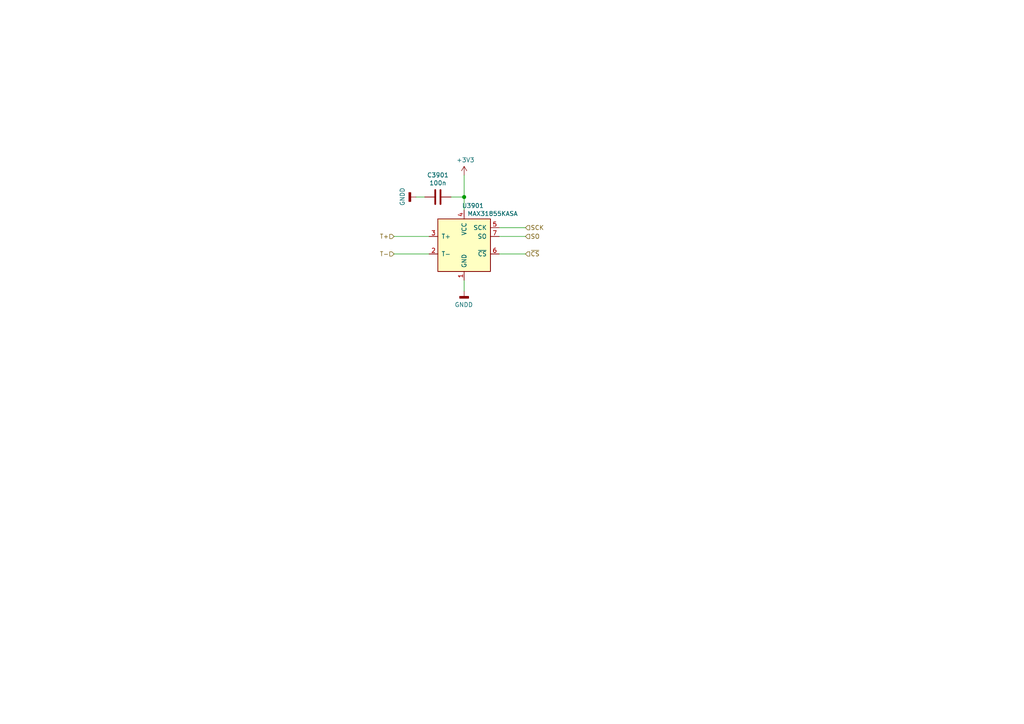
<source format=kicad_sch>
(kicad_sch (version 20211123) (generator eeschema)

  (uuid d14aaab2-229f-490a-9da9-5640341983b1)

  (paper "A4")

  (lib_symbols
    (symbol "Device:C" (pin_numbers hide) (pin_names (offset 0.254)) (in_bom yes) (on_board yes)
      (property "Reference" "C" (id 0) (at 0.635 2.54 0)
        (effects (font (size 1.27 1.27)) (justify left))
      )
      (property "Value" "C" (id 1) (at 0.635 -2.54 0)
        (effects (font (size 1.27 1.27)) (justify left))
      )
      (property "Footprint" "" (id 2) (at 0.9652 -3.81 0)
        (effects (font (size 1.27 1.27)) hide)
      )
      (property "Datasheet" "~" (id 3) (at 0 0 0)
        (effects (font (size 1.27 1.27)) hide)
      )
      (property "ki_keywords" "cap capacitor" (id 4) (at 0 0 0)
        (effects (font (size 1.27 1.27)) hide)
      )
      (property "ki_description" "Unpolarized capacitor" (id 5) (at 0 0 0)
        (effects (font (size 1.27 1.27)) hide)
      )
      (property "ki_fp_filters" "C_*" (id 6) (at 0 0 0)
        (effects (font (size 1.27 1.27)) hide)
      )
      (symbol "C_0_1"
        (polyline
          (pts
            (xy -2.032 -0.762)
            (xy 2.032 -0.762)
          )
          (stroke (width 0.508) (type default) (color 0 0 0 0))
          (fill (type none))
        )
        (polyline
          (pts
            (xy -2.032 0.762)
            (xy 2.032 0.762)
          )
          (stroke (width 0.508) (type default) (color 0 0 0 0))
          (fill (type none))
        )
      )
      (symbol "C_1_1"
        (pin passive line (at 0 3.81 270) (length 2.794)
          (name "~" (effects (font (size 1.27 1.27))))
          (number "1" (effects (font (size 1.27 1.27))))
        )
        (pin passive line (at 0 -3.81 90) (length 2.794)
          (name "~" (effects (font (size 1.27 1.27))))
          (number "2" (effects (font (size 1.27 1.27))))
        )
      )
    )
    (symbol "Sensor_Temperature:MAX31855KASA" (pin_names (offset 1.016)) (in_bom yes) (on_board yes)
      (property "Reference" "U" (id 0) (at -7.62 8.89 0)
        (effects (font (size 1.27 1.27)) (justify left))
      )
      (property "Value" "MAX31855KASA" (id 1) (at 1.27 8.89 0)
        (effects (font (size 1.27 1.27)) (justify left))
      )
      (property "Footprint" "Package_SO:SOIC-8_3.9x4.9mm_P1.27mm" (id 2) (at 25.4 -8.89 0)
        (effects (font (size 1.27 1.27) italic) hide)
      )
      (property "Datasheet" "http://datasheets.maximintegrated.com/en/ds/MAX31855.pdf" (id 3) (at 0 0 0)
        (effects (font (size 1.27 1.27)) hide)
      )
      (property "ki_keywords" "Cold Junction Termocouple Interface SPI" (id 4) (at 0 0 0)
        (effects (font (size 1.27 1.27)) hide)
      )
      (property "ki_description" "Cold Junction K-type Termocouple Interface, SPI, SO8" (id 5) (at 0 0 0)
        (effects (font (size 1.27 1.27)) hide)
      )
      (property "ki_fp_filters" "SOIC*3.9x4.9mm*P1.27mm*" (id 6) (at 0 0 0)
        (effects (font (size 1.27 1.27)) hide)
      )
      (symbol "MAX31855KASA_0_1"
        (rectangle (start -7.62 7.62) (end 7.62 -7.62)
          (stroke (width 0.254) (type default) (color 0 0 0 0))
          (fill (type background))
        )
      )
      (symbol "MAX31855KASA_1_1"
        (pin power_in line (at 0 -10.16 90) (length 2.54)
          (name "GND" (effects (font (size 1.27 1.27))))
          (number "1" (effects (font (size 1.27 1.27))))
        )
        (pin passive line (at -10.16 -2.54 0) (length 2.54)
          (name "T-" (effects (font (size 1.27 1.27))))
          (number "2" (effects (font (size 1.27 1.27))))
        )
        (pin passive line (at -10.16 2.54 0) (length 2.54)
          (name "T+" (effects (font (size 1.27 1.27))))
          (number "3" (effects (font (size 1.27 1.27))))
        )
        (pin power_in line (at 0 10.16 270) (length 2.54)
          (name "VCC" (effects (font (size 1.27 1.27))))
          (number "4" (effects (font (size 1.27 1.27))))
        )
        (pin input line (at 10.16 5.08 180) (length 2.54)
          (name "SCK" (effects (font (size 1.27 1.27))))
          (number "5" (effects (font (size 1.27 1.27))))
        )
        (pin input line (at 10.16 -2.54 180) (length 2.54)
          (name "~{CS}" (effects (font (size 1.27 1.27))))
          (number "6" (effects (font (size 1.27 1.27))))
        )
        (pin tri_state line (at 10.16 2.54 180) (length 2.54)
          (name "SO" (effects (font (size 1.27 1.27))))
          (number "7" (effects (font (size 1.27 1.27))))
        )
      )
    )
    (symbol "power:+3V3" (power) (pin_names (offset 0)) (in_bom yes) (on_board yes)
      (property "Reference" "#PWR" (id 0) (at 0 -3.81 0)
        (effects (font (size 1.27 1.27)) hide)
      )
      (property "Value" "+3V3" (id 1) (at 0 3.556 0)
        (effects (font (size 1.27 1.27)))
      )
      (property "Footprint" "" (id 2) (at 0 0 0)
        (effects (font (size 1.27 1.27)) hide)
      )
      (property "Datasheet" "" (id 3) (at 0 0 0)
        (effects (font (size 1.27 1.27)) hide)
      )
      (property "ki_keywords" "power-flag" (id 4) (at 0 0 0)
        (effects (font (size 1.27 1.27)) hide)
      )
      (property "ki_description" "Power symbol creates a global label with name \"+3V3\"" (id 5) (at 0 0 0)
        (effects (font (size 1.27 1.27)) hide)
      )
      (symbol "+3V3_0_1"
        (polyline
          (pts
            (xy -0.762 1.27)
            (xy 0 2.54)
          )
          (stroke (width 0) (type default) (color 0 0 0 0))
          (fill (type none))
        )
        (polyline
          (pts
            (xy 0 0)
            (xy 0 2.54)
          )
          (stroke (width 0) (type default) (color 0 0 0 0))
          (fill (type none))
        )
        (polyline
          (pts
            (xy 0 2.54)
            (xy 0.762 1.27)
          )
          (stroke (width 0) (type default) (color 0 0 0 0))
          (fill (type none))
        )
      )
      (symbol "+3V3_1_1"
        (pin power_in line (at 0 0 90) (length 0) hide
          (name "+3V3" (effects (font (size 1.27 1.27))))
          (number "1" (effects (font (size 1.27 1.27))))
        )
      )
    )
    (symbol "power:GNDD" (power) (pin_names (offset 0)) (in_bom yes) (on_board yes)
      (property "Reference" "#PWR" (id 0) (at 0 -6.35 0)
        (effects (font (size 1.27 1.27)) hide)
      )
      (property "Value" "GNDD" (id 1) (at 0 -3.175 0)
        (effects (font (size 1.27 1.27)))
      )
      (property "Footprint" "" (id 2) (at 0 0 0)
        (effects (font (size 1.27 1.27)) hide)
      )
      (property "Datasheet" "" (id 3) (at 0 0 0)
        (effects (font (size 1.27 1.27)) hide)
      )
      (property "ki_keywords" "power-flag" (id 4) (at 0 0 0)
        (effects (font (size 1.27 1.27)) hide)
      )
      (property "ki_description" "Power symbol creates a global label with name \"GNDD\" , digital ground" (id 5) (at 0 0 0)
        (effects (font (size 1.27 1.27)) hide)
      )
      (symbol "GNDD_0_1"
        (rectangle (start -1.27 -1.524) (end 1.27 -2.032)
          (stroke (width 0.254) (type default) (color 0 0 0 0))
          (fill (type outline))
        )
        (polyline
          (pts
            (xy 0 0)
            (xy 0 -1.524)
          )
          (stroke (width 0) (type default) (color 0 0 0 0))
          (fill (type none))
        )
      )
      (symbol "GNDD_1_1"
        (pin power_in line (at 0 0 270) (length 0) hide
          (name "GNDD" (effects (font (size 1.27 1.27))))
          (number "1" (effects (font (size 1.27 1.27))))
        )
      )
    )
  )

  (junction (at 134.62 57.15) (diameter 1.016) (color 0 0 0 0)
    (uuid 75e40396-82ab-4fbe-8918-2c9f61b8e319)
  )

  (wire (pts (xy 134.62 57.15) (xy 134.62 60.96))
    (stroke (width 0) (type solid) (color 0 0 0 0))
    (uuid 09dff49f-ad12-4bd7-9139-154485673eac)
  )
  (wire (pts (xy 120.65 57.15) (xy 123.19 57.15))
    (stroke (width 0) (type solid) (color 0 0 0 0))
    (uuid 0a88dfa5-2c4d-43b6-b3c4-50072a35b072)
  )
  (wire (pts (xy 134.62 50.8) (xy 134.62 57.15))
    (stroke (width 0) (type solid) (color 0 0 0 0))
    (uuid 58324e74-4fc7-4565-86e1-d5e6f57de4e0)
  )
  (wire (pts (xy 134.62 81.28) (xy 134.62 84.455))
    (stroke (width 0) (type solid) (color 0 0 0 0))
    (uuid 5f7047b3-6946-4030-9b12-3c8c8ffdf4b7)
  )
  (wire (pts (xy 144.78 68.58) (xy 152.4 68.58))
    (stroke (width 0) (type solid) (color 0 0 0 0))
    (uuid 7b69eb68-c144-488f-8e04-8d1075c2373c)
  )
  (wire (pts (xy 114.3 73.66) (xy 124.46 73.66))
    (stroke (width 0) (type solid) (color 0 0 0 0))
    (uuid a2132f59-3267-4994-91b6-c1c427d2e47c)
  )
  (wire (pts (xy 144.78 66.04) (xy 152.4 66.04))
    (stroke (width 0) (type solid) (color 0 0 0 0))
    (uuid a333ce9e-4769-40eb-8e35-4a5d513e5a51)
  )
  (wire (pts (xy 130.81 57.15) (xy 134.62 57.15))
    (stroke (width 0) (type solid) (color 0 0 0 0))
    (uuid b2fb7353-b0ea-43cc-8bdc-b8610352f658)
  )
  (wire (pts (xy 114.3 68.58) (xy 124.46 68.58))
    (stroke (width 0) (type solid) (color 0 0 0 0))
    (uuid cd7eb39e-d69d-49fd-a638-b4578925bf07)
  )
  (wire (pts (xy 144.78 73.66) (xy 152.4 73.66))
    (stroke (width 0) (type solid) (color 0 0 0 0))
    (uuid e85320bc-2776-41d5-9317-1adabe38dd28)
  )

  (hierarchical_label "SCK" (shape input) (at 152.4 66.04 0)
    (effects (font (size 1.27 1.27)) (justify left))
    (uuid 5aee4191-f1e7-40f1-9071-100296146be3)
  )
  (hierarchical_label "T+" (shape input) (at 114.3 68.58 180)
    (effects (font (size 1.27 1.27)) (justify right))
    (uuid 632edb30-ef44-4359-b64d-32631f2af03a)
  )
  (hierarchical_label "SO" (shape input) (at 152.4 68.58 0)
    (effects (font (size 1.27 1.27)) (justify left))
    (uuid c21108e3-bb9b-48b8-9047-89c943ef0d50)
  )
  (hierarchical_label "~{CS}" (shape input) (at 152.4 73.66 0)
    (effects (font (size 1.27 1.27)) (justify left))
    (uuid ecd26898-ee61-43ee-8898-74b83309b1e3)
  )
  (hierarchical_label "T-" (shape input) (at 114.3 73.66 180)
    (effects (font (size 1.27 1.27)) (justify right))
    (uuid fc98b901-ef15-4d52-958d-31f88f6301b8)
  )

  (symbol (lib_id "power:+3V3") (at 134.62 50.8 0)
    (in_bom yes) (on_board yes)
    (uuid 13e4b2ec-4807-4ffe-873a-4dabf9e59c40)
    (property "Reference" "#PWR03902" (id 0) (at 134.62 54.61 0)
      (effects (font (size 1.27 1.27)) hide)
    )
    (property "Value" "+3V3" (id 1) (at 135.001 46.4058 0))
    (property "Footprint" "" (id 2) (at 134.62 50.8 0)
      (effects (font (size 1.27 1.27)) hide)
    )
    (property "Datasheet" "" (id 3) (at 134.62 50.8 0)
      (effects (font (size 1.27 1.27)) hide)
    )
    (pin "1" (uuid 1dab4fcf-1fe6-4c9d-ae09-e996795834ec))
  )

  (symbol (lib_id "power:GNDD") (at 120.65 57.15 270) (mirror x)
    (in_bom yes) (on_board yes)
    (uuid 1efae5ae-bcf8-4917-aaa1-4614e94be108)
    (property "Reference" "#PWR03901" (id 0) (at 114.3 57.15 0)
      (effects (font (size 1.27 1.27)) hide)
    )
    (property "Value" "GNDD" (id 1) (at 116.713 57.0484 0))
    (property "Footprint" "" (id 2) (at 120.65 57.15 0)
      (effects (font (size 1.27 1.27)) hide)
    )
    (property "Datasheet" "" (id 3) (at 120.65 57.15 0)
      (effects (font (size 1.27 1.27)) hide)
    )
    (pin "1" (uuid 18919ef3-06fa-4f9f-8503-d4a37263b1c5))
  )

  (symbol (lib_id "Device:C") (at 127 57.15 90)
    (in_bom yes) (on_board yes)
    (uuid 60936bf0-56cb-4d37-81ec-f24c2398ab47)
    (property "Reference" "C3901" (id 0) (at 127 50.7808 90))
    (property "Value" "100n" (id 1) (at 127 53.079 90))
    (property "Footprint" "Capacitor_SMD:C_0603_1608Metric" (id 2) (at 130.81 56.1848 0)
      (effects (font (size 1.27 1.27)) hide)
    )
    (property "Datasheet" "~" (id 3) (at 127 57.15 0)
      (effects (font (size 1.27 1.27)) hide)
    )
    (pin "1" (uuid 2e788a9d-59ae-4586-8d38-a9e9d50841d1))
    (pin "2" (uuid 6ca7bfcc-4cfe-4758-ac23-df11fdb599d6))
  )

  (symbol (lib_id "Sensor_Temperature:MAX31855KASA") (at 134.62 71.12 0)
    (in_bom yes) (on_board yes)
    (uuid eac891b0-a528-4477-8139-91d69dff7fd5)
    (property "Reference" "U3901" (id 0) (at 137.16 59.6708 0))
    (property "Value" "MAX31855KASA" (id 1) (at 142.875 61.9695 0))
    (property "Footprint" "Package_SO:SOIC-8_3.9x4.9mm_P1.27mm" (id 2) (at 160.02 80.01 0)
      (effects (font (size 1.27 1.27) italic) hide)
    )
    (property "Datasheet" "http://datasheets.maximintegrated.com/en/ds/MAX31855.pdf" (id 3) (at 134.62 71.12 0)
      (effects (font (size 1.27 1.27)) hide)
    )
    (pin "1" (uuid 606d7c41-7a1d-47e5-963b-97ec78f7133b))
    (pin "2" (uuid 7fb66e55-1d88-45f9-8042-1470bc390133))
    (pin "3" (uuid d271d740-2b12-4445-9fc7-442bfe30e80e))
    (pin "4" (uuid e0afbf67-209d-4456-8d47-9e01941b1418))
    (pin "5" (uuid c0ad2998-da6b-4c69-b66d-a83a0837c8ec))
    (pin "6" (uuid 49d44d6b-6b9e-4efc-8107-89fced51e85b))
    (pin "7" (uuid f0728741-63a1-492f-9420-a3d09b2cfcd5))
  )

  (symbol (lib_id "power:GNDD") (at 134.62 84.455 0) (mirror y)
    (in_bom yes) (on_board yes)
    (uuid f7f4348f-82a3-4d87-97db-84fbccc21711)
    (property "Reference" "#PWR03903" (id 0) (at 134.62 90.805 0)
      (effects (font (size 1.27 1.27)) hide)
    )
    (property "Value" "GNDD" (id 1) (at 134.5184 88.392 0))
    (property "Footprint" "" (id 2) (at 134.62 84.455 0)
      (effects (font (size 1.27 1.27)) hide)
    )
    (property "Datasheet" "" (id 3) (at 134.62 84.455 0)
      (effects (font (size 1.27 1.27)) hide)
    )
    (pin "1" (uuid 9e508d75-b3fc-4d0a-b755-00d83fab93f2))
  )
)

</source>
